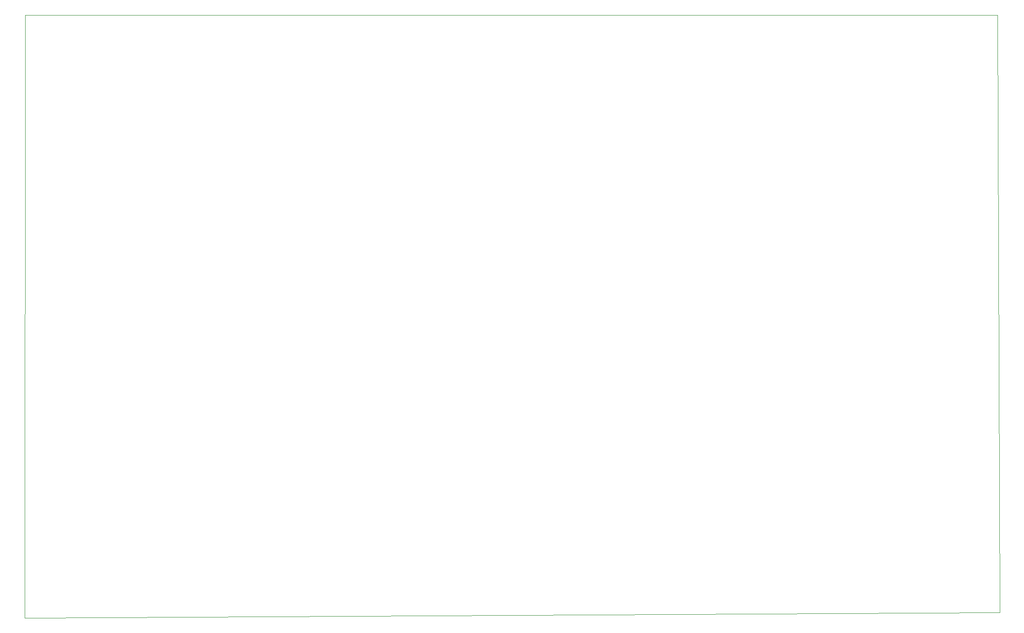
<source format=gbr>
%TF.GenerationSoftware,KiCad,Pcbnew,(7.0.0)*%
%TF.CreationDate,2023-05-15T14:27:38+03:00*%
%TF.ProjectId,ESP,4553502e-6b69-4636-9164-5f7063625858,rev?*%
%TF.SameCoordinates,Original*%
%TF.FileFunction,Profile,NP*%
%FSLAX46Y46*%
G04 Gerber Fmt 4.6, Leading zero omitted, Abs format (unit mm)*
G04 Created by KiCad (PCBNEW (7.0.0)) date 2023-05-15 14:27:38*
%MOMM*%
%LPD*%
G01*
G04 APERTURE LIST*
%TA.AperFunction,Profile*%
%ADD10C,0.050000*%
%TD*%
G04 APERTURE END LIST*
D10*
X236600000Y-34900000D02*
X236950000Y-145600000D01*
X236950000Y-145600000D02*
X56450000Y-146600000D01*
X56450000Y-146600000D02*
X56600000Y-34900000D01*
X56600000Y-34900000D02*
X236600000Y-34900000D01*
M02*

</source>
